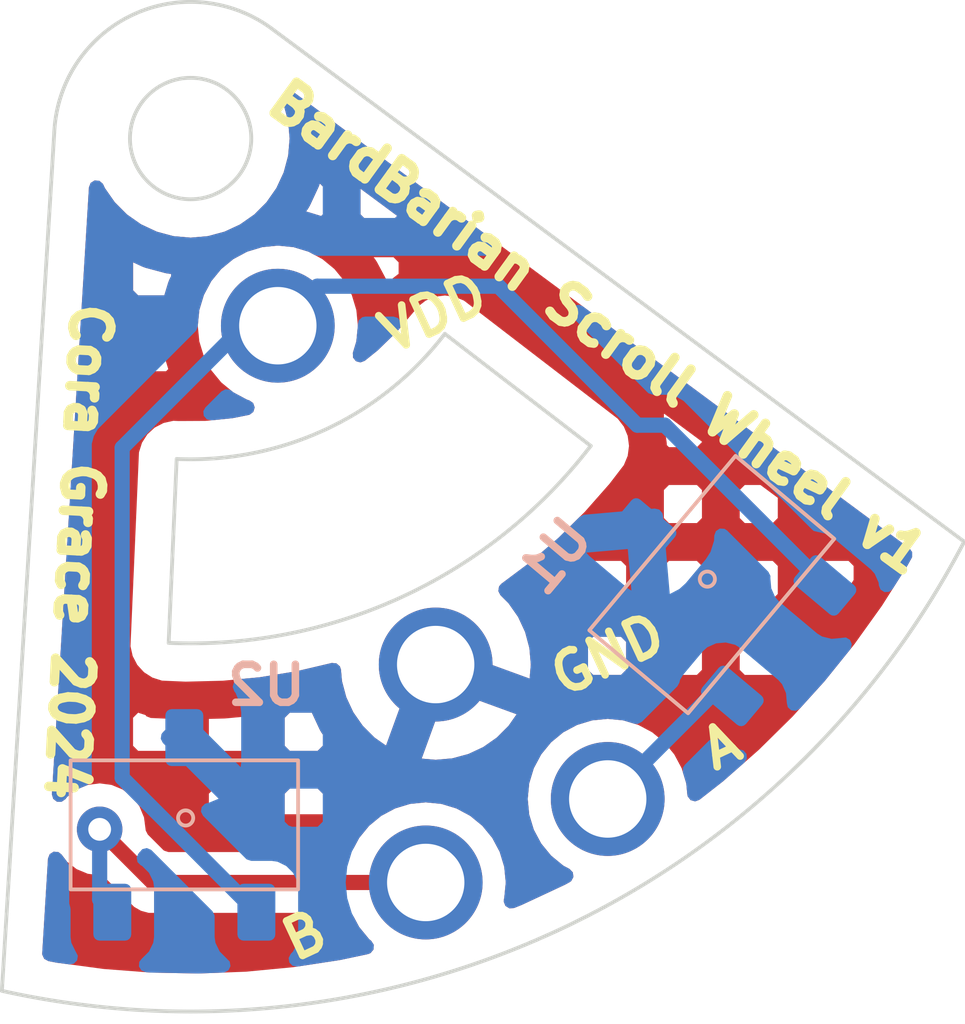
<source format=kicad_pcb>
(kicad_pcb (version 20240108) (generator "pcbnew") (generator_version "8.0")
  (layers (0 "F.Cu" signal) (31 "B.Cu" signal) (34 "B.Paste" user) (35 "F.Paste" user) (36 "B.SilkS" user "B.Silkscreen") (37 "F.SilkS" user "F.Silkscreen") (38 "B.Mask" user) (39 "F.Mask" user) (44 "Edge.Cuts" user))
  (net 0 "")
  (net 1 "/VDD")
  (net 2 "/GND")
  (net 3 "/A")
  (net 4 "/B")
  (footprint "BardBarian_Footprints:Header" (layer "F.Cu") (at 1.14966 2.46544 25)
    (property "Reference" "VDD" (at 1.928157 0.716572 25) (layer "F.SilkS") (effects (font (size 0.5 0.5) (thickness 0.1))))
    (property "Value" "~")
    (pad "1" thru_hole circle (at 0 0 25) (size 1.5 1.5) (drill 1.02) (layers "*.Cu" "*.Mask") (net 1 "/VDD"))
  )
  (footprint "BardBarian_Footprints:Header" (layer "F.Cu") (at 3.23119 6.92932 25)
    (property "Reference" "GND" (at 2.110893 0.841637 25) (layer "F.SilkS") (effects (font (size 0.5 0.5) (thickness 0.1))))
    (property "Value" "~")
    (pad "1" thru_hole circle (at 0 0 25) (size 1.5 1.5) (drill 1.02) (layers "*.Cu" "*.Mask") (net 2 "/GND"))
  )
  (footprint "BardBarian_Footprints:Header" (layer "F.Cu") (at 5.5 8.7 25)
    (property "Reference" "A" (at 1.655294 -0.000488 25) (layer "F.SilkS") (effects (font (size 0.5 0.5) (thickness 0.1))))
    (property "Value" "~")
    (pad "1" thru_hole circle (at 0 0 25) (size 1.5 1.5) (drill 1.02) (layers "*.Cu" "*.Mask") (net 3 "/A"))
  )
  (footprint "BardBarian_Footprints:Header" (layer "F.Cu") (at 3.1 9.8 25)
    (property "Reference" "B" (at -1.745925 -0.041774 25) (layer "F.SilkS") (effects (font (size 0.5 0.5) (thickness 0.1))))
    (property "Value" "~")
    (pad "1" thru_hole circle (at 0 0 25) (size 1.5 1.5) (drill 1.02) (layers "*.Cu" "*.Mask") (net 4 "/B"))
  )
  (footprint "BardBarian_Footprints:US5881LSE-AAA-000-RE (TSOT-3L)" (layer "B.Cu") (at 6.87255 5.87531 -130)
    (property "Reference" "U1" (at 1.044705 1.82891 50) (layer "B.SilkS") (effects (font (size 0.5 0.5) (thickness 0.1)) (justify mirror)))
    (property "Value" "~")
    (fp_circle (center -0.016999 0.091) (end 0.083 0.091) (stroke (width 0.05)) (fill none) (layer "B.SilkS"))
    (fp_poly (pts (xy -1.499999 0.85) (xy 1.5 0.849999) (xy 1.499999 -0.85) (xy -1.5 -0.849999)) (stroke (width 0.05)) (fill none) (layer "B.SilkS"))
    (pad "1" smd roundrect (at -0.949999 -1.15 230) (size 0.5 0.75) (layers "B.Cu" "B.Paste" "B.Mask") (roundrect_rratio 0.1640419948) (net 1 "/VDD"))
    (pad "2" smd roundrect (at 0.95 -1.15 230) (size 0.5 0.75) (layers "B.Cu" "B.Paste" "B.Mask") (roundrect_rratio 0.1640419948) (net 3 "/A"))
    (pad "3" smd roundrect (at 0 1.15 230) (size 0.5 0.75) (layers "B.Cu" "B.Paste" "B.Mask") (roundrect_rratio 0.1640419948) (net 2 "/GND"))
  )
  (footprint "BardBarian_Footprints:US5881LSE-AAA-000-RE (TSOT-3L)" (layer "B.Cu") (at -0.083165 9.04125 180)
    (property "Reference" "U2" (at -1.083165 1.84125 0) (layer "B.SilkS") (effects (font (size 0.5 0.5) (thickness 0.1)) (justify mirror)))
    (property "Value" "~")
    (fp_rect (start 1.5 -0.85) (end -1.5 0.85) (stroke (width 0.05)) (fill none) (layer "B.SilkS"))
    (fp_circle (center -0.017 0.091) (end 0.083 0.091) (stroke (width 0.05)) (fill none) (layer "B.SilkS"))
    (pad "1" smd roundrect (at -0.95 -1.15 180) (size 0.5 0.75) (layers "B.Cu" "B.Paste" "B.Mask") (roundrect_rratio 0.1640419948) (net 1 "/VDD"))
    (pad "2" smd roundrect (at 0.95 -1.15 180) (size 0.5 0.75) (layers "B.Cu" "B.Paste" "B.Mask") (roundrect_rratio 0.1640419948) (net 4 "/B"))
    (pad "3" smd roundrect (at 0 1.15 180) (size 0.5 0.75) (layers "B.Cu" "B.Paste" "B.Mask") (roundrect_rratio 0.1640419948) (net 2 "/GND"))
  )
  (gr_arc (start 5.27589 4.04834) (mid 2.810487 6.027117) (end -0.290074 6.64379) (stroke (width 0.05)) (layer "Edge.Cuts"))
  (gr_arc (start 3.35206 2.57213) (mid 1.785656 3.829354) (end -0.184299 4.22116) (stroke (width 0.05)) (layer "Edge.Cuts"))
  (gr_arc (start 10.2006 5.31011) (mid 4.860113 10.422575) (end -2.48906 11.2274) (stroke (width 0.05)) (layer "Edge.Cuts"))
  (gr_line (start -2.48906 11.2274) (end -1.79852 -0.078525) (stroke (width 0.05)) (layer "Edge.Cuts"))
  (gr_line (start 3.35206 2.57213) (end 5.27589 4.04834) (stroke (width 0.05)) (layer "Edge.Cuts"))
  (gr_arc (start -1.79852 -0.078525) (mid -0.760856 -1.63167) (end 1.09592 -1.42822) (stroke (width 0.05)) (layer "Edge.Cuts"))
  (gr_circle (center -0.000086 -0.000189) (end 0.8 0) (stroke (width 0.05)) (fill none) (layer "Edge.Cuts"))
  (gr_line (start 1.09592 -1.42822) (end 10.2006 5.31011) (stroke (width 0.05)) (layer "Edge.Cuts"))
  (gr_line (start -0.290074 6.64379) (end -0.184299 4.22116) (stroke (width 0.05)) (layer "Edge.Cuts"))
  (gr_text "BardBarian Scroll Wheel v1" (at 0.9 -0.4 324) (layer "F.SilkS") (effects (font (size 0.5 0.5) (thickness 0.125) (bold yes)) (justify left bottom)))
  (gr_text "Cora Grace 2024" (at -1.6 2.1 267) (layer "F.SilkS") (effects (font (size 0.5 0.5) (thickness 0.125) (bold yes)) (justify left bottom)))
  (segment (start 0.704971 2.46544) (end 1.14966 2.46544) (width 0.2) (layer "B.Cu") (net 1))
  (segment (start -0.903201 8.421214) (end -0.903201 4.073612) (width 0.2) (layer "B.Cu") (net 1))
  (segment (start -0.903201 4.073612) (end 0.704971 2.46544) (width 0.2) (layer "B.Cu") (net 1))
  (segment (start 1.670276 1.944824) (end 1.14966 2.46544) (width 0.2) (layer "B.Cu") (net 1))
  (segment (start 6.253159 3.775784) (end 8.364149 5.886774) (width 0.2) (layer "B.Cu") (net 1))
  (segment (start 4.059519 1.944824) (end 1.670276 1.944824) (width 0.2) (layer "B.Cu") (net 1))
  (segment (start 5.890479 3.775784) (end 6.253159 3.775784) (width 0.2) (layer "B.Cu") (net 1))
  (segment (start 5.890479 3.775784) (end 4.059519 1.944824) (width 0.2) (layer "B.Cu") (net 1))
  (segment (start 0.866835 10.19125) (end -0.903201 8.421214) (width 0.2) (layer "B.Cu") (net 1))
  (segment (start 6.857742 7.342258) (end 7.142853 7.342258) (width 0.2) (layer "B.Cu") (net 3))
  (segment (start 5.5 8.7) (end 6.857742 7.342258) (width 0.2) (layer "B.Cu") (net 3))
  (segment (start -0.5 9.8) (end -1.2 9.1) (width 0.2) (layer "F.Cu") (net 4))
  (segment (start 3.1 9.8) (end -0.5 9.8) (width 0.2) (layer "F.Cu") (net 4))
  (via (at -1.2 9.1) (size 0.6) (drill 0.3) (layers "F.Cu" "B.Cu") (net 4))
  (segment (start -1.2 9.1) (end -1.2 10.024415) (width 0.2) (layer "B.Cu") (net 4))
  (segment (start -1.2 10.024415) (end -1.033165 10.19125) (width 0.2) (layer "B.Cu") (net 4))
  (zone (net 2) (net_name "/GND") (layers "F&B.Cu") (connect_pads (clearance 0.3)) (min_thickness 0.2) (fill yes (mode hatch) (thermal_gap 0.5) (thermal_bridge_width 0.5) (island_removal_mode 1) (island_area_min 10) (hatch_thickness 0.5) (hatch_gap 0.5) (hatch_orientation 0) (hatch_smoothing_level 1) (hatch_smoothing_value 0.1) (hatch_border_algorithm hatch_thickness) (hatch_min_hole_area 0.3))
    (polygon (pts (xy 10 5.4) (xy 9.2 6.6) (xy 8.3 7.8) (xy 7.2 8.8) (xy 6 9.7) (xy 4.5 10.4) (xy 3 11) (xy 1.6 11.3) (xy 0.2 11.4) (xy -1.4 11.3) (xy -2.4 11.1) (xy -1.7 -0.2) (xy -1.4 -1) (xy -0.8 -1.5) (xy -0.2 -1.7) (xy 0.6 -1.6) (xy 1 -1.4)))
  )
)
</source>
